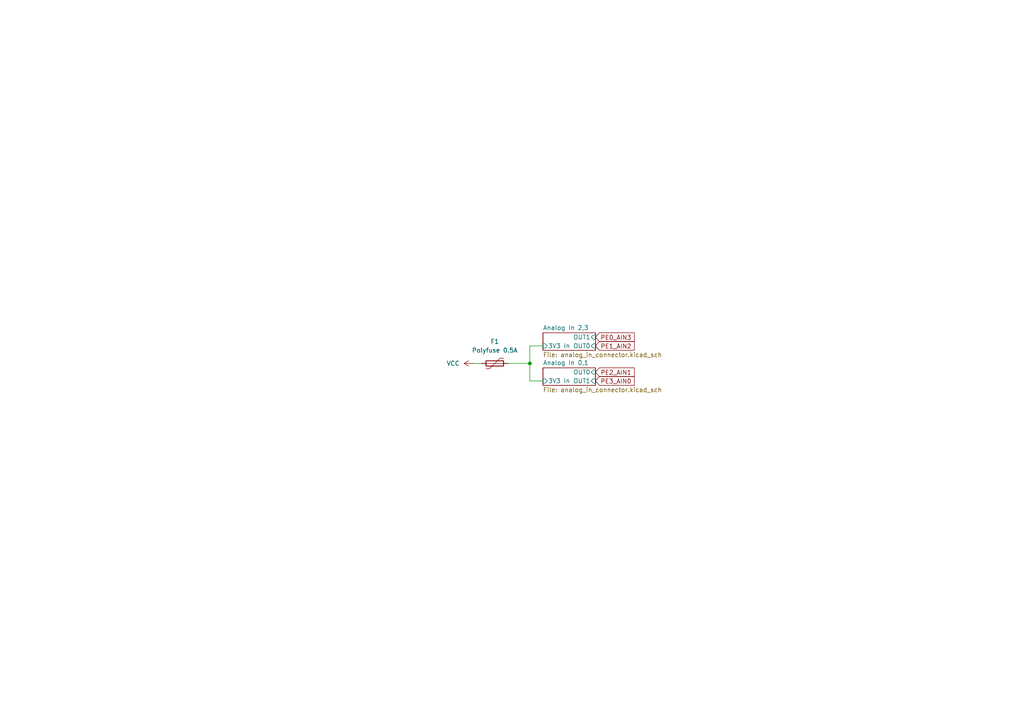
<source format=kicad_sch>
(kicad_sch (version 20250114) (generator "eeschema") (generator_version "9.0")
  (paper "A4")
  (lib_symbols
    (symbol "Device:Polyfuse" (pin_numbers (hide yes)) (pin_names (offset 0))
      (property "Reference" "F" (at -2.54 0 90))
      (property "Value" "Polyfuse" (at 2.54 0 90))
      (symbol "Polyfuse_0_1"
        (polyline (pts (xy -1.524 2.54) (xy -1.524 1.524) (xy 1.524 -1.524) (xy 1.524 -2.54)))
        (rectangle (start -0.762 2.54) (end 0.762 -2.54) (stroke (width 0.254)))
        (polyline (pts (xy 0 2.54) (xy 0 -2.54)))
      )
      (symbol "Polyfuse_1_1"
        (pin passive line (at 0 3.81 270) (length 1.27) (name "~") (number "1"))
        (pin passive line (at 0 -3.81 90) (length 1.27) (name "~") (number "2"))
      )
    )
    (symbol "power:VCC" (power) (pin_numbers (hide yes)) (pin_names (offset 0) (hide yes))
      (property "Value" "VCC" (at 0 3.556 0))
      (symbol "VCC_0_1"
        (polyline (pts (xy -0.762 1.27) (xy 0 2.54)))
        (polyline (pts (xy 0 2.54) (xy 0.762 1.27)))
        (polyline (pts (xy 0 0) (xy 0 2.54)))
      )
      (symbol "VCC_1_1"
        (pin power_in line (at 0 0 90) (length 0) (name "~") (number "1"))
      )
    )
  )
  (junction (at 153.67 105.41))
  (wire (pts (xy 153.67 100.33) (xy 157.48 100.33)))
  (wire (pts (xy 153.67 110.49) (xy 153.67 105.41)))
  (wire (pts (xy 147.32 105.41) (xy 153.67 105.41)))
  (wire (pts (xy 157.48 110.49) (xy 153.67 110.49)))
  (wire (pts (xy 137.16 105.41) (xy 139.7 105.41)))
  (wire (pts (xy 153.67 105.41) (xy 153.67 100.33)))
  (global_label "PE3_AIN0" (shape input) (at 172.72 110.49 0) (property "Intersheetrefs" "${INTERSHEET_REFS}" (effects (hide yes))))
  (global_label "PE2_AIN1" (shape input) (at 172.72 107.95 0) (property "Intersheetrefs" "${INTERSHEET_REFS}" (effects (hide yes))))
  (global_label "PE1_AIN2" (shape input) (at 172.72 100.33 0) (property "Intersheetrefs" "${INTERSHEET_REFS}" (effects (hide yes))))
  (global_label "PE0_AIN3" (shape input) (at 172.72 97.79 0) (property "Intersheetrefs" "${INTERSHEET_REFS}" (effects (hide yes))))
  (symbol (lib_id "power:VCC") (at 137.16 105.41 90) (unit 1)
    (property "Reference" "#PWR0106" (effects (hide yes)))
    (property "Value" "VCC" (at 133.35 105.4099 90) (effects (justify left)))
    (property "Description" "Power symbol creates a global label with name \"VCC\"" (effects (hide yes)))
  )
  (symbol (lib_id "Device:Polyfuse") (at 143.51 105.41 90) (unit 1)
    (property "Reference" "F1" (at 143.51 99.06 90))
    (property "Value" "Polyfuse 0.5A" (at 143.51 101.6 90))
    (property "Description" "Resettable fuse, polymeric positive temperature coefficient" (effects (hide yes)))
  )
  (sheet (at 157.48 96.52) (size 15.24 5.08) (stroke (width 0.1524))
    (property "Sheetname" "Analog In 2,3" (at 157.48 95.8084 0) (effects (justify left bottom)))
    (property "Sheetfile" "analog_in_connector.kicad_sch" (at 157.48 102.1846 0) (effects (justify left top)))
    (pin "3V3 In" input (at 157.48 100.33 180))
    (pin "OUT0" input (at 172.72 100.33 0))
    (pin "OUT1" input (at 172.72 97.79 0))
  )
  (sheet (at 157.48 106.68) (size 15.24 5.08) (stroke (width 0.1524))
    (property "Sheetname" "Analog In 0,1" (at 157.48 105.9684 0) (effects (justify left bottom)))
    (property "Sheetfile" "analog_in_connector.kicad_sch" (at 157.48 112.3446 0) (effects (justify left top)))
    (pin "OUT1" input (at 172.72 110.49 0))
    (pin "3V3 In" input (at 157.48 110.49 180))
    (pin "OUT0" input (at 172.72 107.95 0))
  )
)
</source>
